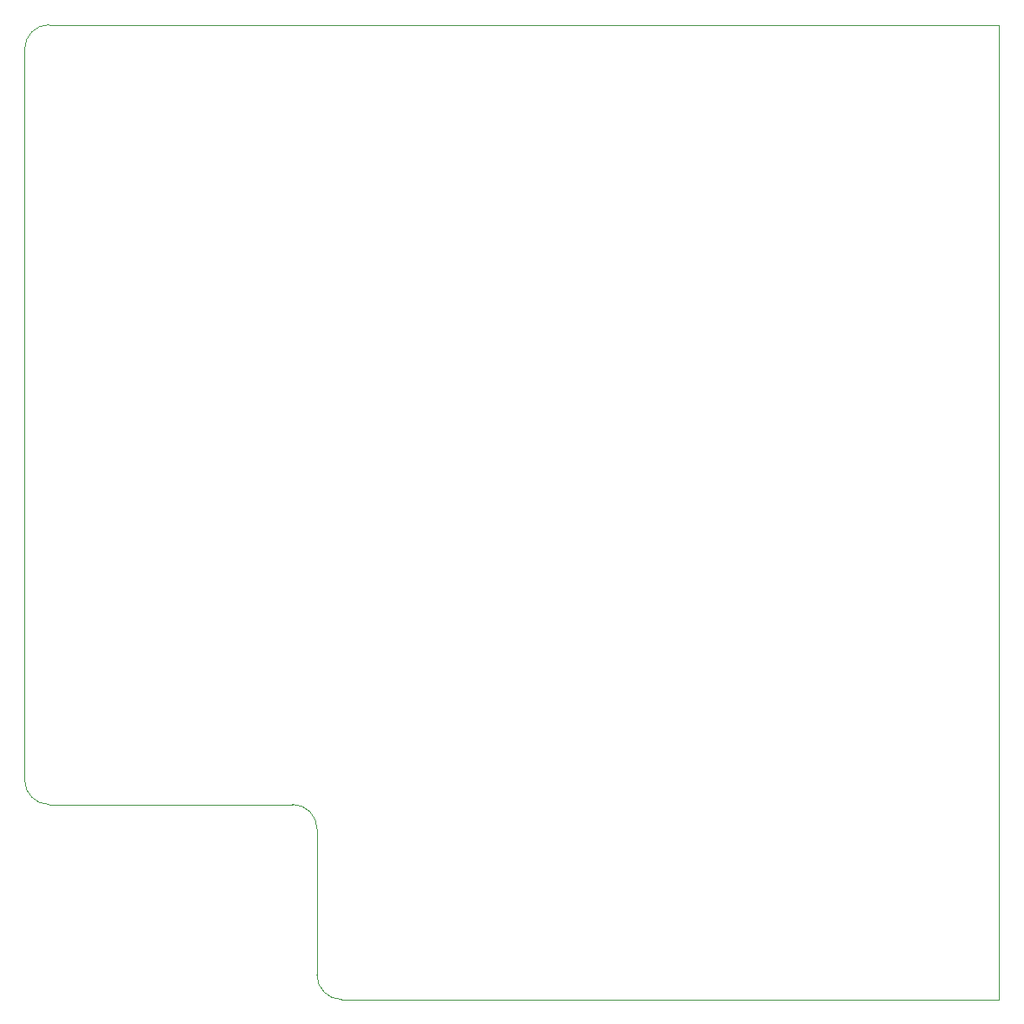
<source format=gm1>
%TF.GenerationSoftware,KiCad,Pcbnew,(5.1.12)-1*%
%TF.CreationDate,2022-01-01T12:52:38-05:00*%
%TF.ProjectId,my-keeb-1,6d792d6b-6565-4622-9d31-2e6b69636164,rev?*%
%TF.SameCoordinates,Original*%
%TF.FileFunction,Profile,NP*%
%FSLAX46Y46*%
G04 Gerber Fmt 4.6, Leading zero omitted, Abs format (unit mm)*
G04 Created by KiCad (PCBNEW (5.1.12)-1) date 2022-01-01 12:52:38*
%MOMM*%
%LPD*%
G01*
G04 APERTURE LIST*
%TA.AperFunction,Profile*%
%ADD10C,0.050000*%
%TD*%
G04 APERTURE END LIST*
D10*
X107950000Y-12700000D02*
X107950000Y-107950000D01*
X43656250Y-107950000D02*
X107950000Y-107950000D01*
X41275000Y-91281250D02*
X41275000Y-105568750D01*
X15081250Y-88900000D02*
X38893750Y-88900000D01*
X38893750Y-88900000D02*
G75*
G02*
X41275000Y-91281250I0J-2381250D01*
G01*
X43656250Y-107950000D02*
G75*
G02*
X41275000Y-105568750I0J2381250D01*
G01*
X15081250Y-12700000D02*
X107950000Y-12700000D01*
X12700000Y-15081250D02*
X12700000Y-86518750D01*
X12700000Y-15081250D02*
G75*
G02*
X15081250Y-12700000I2381250J0D01*
G01*
X15081250Y-88900000D02*
G75*
G02*
X12700000Y-86518750I0J2381250D01*
G01*
M02*

</source>
